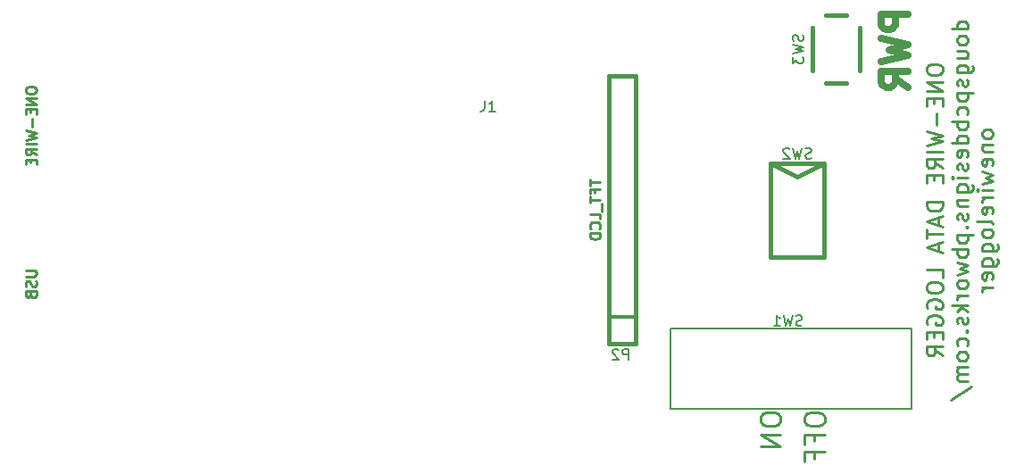
<source format=gbo>
G04 (created by PCBNEW (2013-04-19 BZR 4011)-stable) date 10/07/2013 16:17:56*
%MOIN*%
G04 Gerber Fmt 3.4, Leading zero omitted, Abs format*
%FSLAX34Y34*%
G01*
G70*
G90*
G04 APERTURE LIST*
%ADD10C,0.006*%
%ADD11C,0.00984252*%
%ADD12C,0.025*%
%ADD13C,0.01*%
%ADD14C,0.015*%
%ADD15C,0.012*%
%ADD16C,0.00590551*%
%ADD17C,0.0035*%
%ADD18C,0.008*%
G04 APERTURE END LIST*
G54D10*
G54D11*
X19549Y-25585D02*
X19867Y-25585D01*
X19905Y-25604D01*
X19924Y-25623D01*
X19942Y-25660D01*
X19942Y-25735D01*
X19924Y-25773D01*
X19905Y-25792D01*
X19867Y-25810D01*
X19549Y-25810D01*
X19924Y-25979D02*
X19942Y-26035D01*
X19942Y-26129D01*
X19924Y-26167D01*
X19905Y-26185D01*
X19867Y-26204D01*
X19830Y-26204D01*
X19792Y-26185D01*
X19774Y-26167D01*
X19755Y-26129D01*
X19736Y-26054D01*
X19717Y-26017D01*
X19699Y-25998D01*
X19661Y-25979D01*
X19624Y-25979D01*
X19586Y-25998D01*
X19567Y-26017D01*
X19549Y-26054D01*
X19549Y-26148D01*
X19567Y-26204D01*
X19736Y-26504D02*
X19755Y-26560D01*
X19774Y-26579D01*
X19811Y-26598D01*
X19867Y-26598D01*
X19905Y-26579D01*
X19924Y-26560D01*
X19942Y-26523D01*
X19942Y-26373D01*
X19549Y-26373D01*
X19549Y-26504D01*
X19567Y-26541D01*
X19586Y-26560D01*
X19624Y-26579D01*
X19661Y-26579D01*
X19699Y-26560D01*
X19717Y-26541D01*
X19736Y-26504D01*
X19736Y-26373D01*
X19549Y-18817D02*
X19549Y-18892D01*
X19567Y-18930D01*
X19605Y-18967D01*
X19680Y-18986D01*
X19811Y-18986D01*
X19886Y-18967D01*
X19924Y-18930D01*
X19942Y-18892D01*
X19942Y-18817D01*
X19924Y-18780D01*
X19886Y-18742D01*
X19811Y-18724D01*
X19680Y-18724D01*
X19605Y-18742D01*
X19567Y-18780D01*
X19549Y-18817D01*
X19942Y-19155D02*
X19549Y-19155D01*
X19942Y-19380D01*
X19549Y-19380D01*
X19736Y-19567D02*
X19736Y-19699D01*
X19942Y-19755D02*
X19942Y-19567D01*
X19549Y-19567D01*
X19549Y-19755D01*
X19792Y-19924D02*
X19792Y-20224D01*
X19549Y-20374D02*
X19942Y-20467D01*
X19661Y-20542D01*
X19942Y-20617D01*
X19549Y-20711D01*
X19942Y-20861D02*
X19549Y-20861D01*
X19942Y-21273D02*
X19755Y-21142D01*
X19942Y-21048D02*
X19549Y-21048D01*
X19549Y-21198D01*
X19567Y-21236D01*
X19586Y-21255D01*
X19624Y-21273D01*
X19680Y-21273D01*
X19717Y-21255D01*
X19736Y-21236D01*
X19755Y-21198D01*
X19755Y-21048D01*
X19736Y-21442D02*
X19736Y-21573D01*
X19942Y-21630D02*
X19942Y-21442D01*
X19549Y-21442D01*
X19549Y-21630D01*
X40612Y-22192D02*
X40612Y-22417D01*
X41005Y-22305D02*
X40612Y-22305D01*
X40799Y-22679D02*
X40799Y-22548D01*
X41005Y-22548D02*
X40612Y-22548D01*
X40612Y-22736D01*
X40612Y-22829D02*
X40612Y-23054D01*
X41005Y-22942D02*
X40612Y-22942D01*
X41043Y-23092D02*
X41043Y-23392D01*
X41005Y-23673D02*
X41005Y-23486D01*
X40612Y-23486D01*
X40968Y-24029D02*
X40987Y-24011D01*
X41005Y-23954D01*
X41005Y-23917D01*
X40987Y-23861D01*
X40949Y-23823D01*
X40912Y-23804D01*
X40837Y-23786D01*
X40780Y-23786D01*
X40705Y-23804D01*
X40668Y-23823D01*
X40630Y-23861D01*
X40612Y-23917D01*
X40612Y-23954D01*
X40630Y-24011D01*
X40649Y-24029D01*
X41005Y-24198D02*
X40612Y-24198D01*
X40612Y-24292D01*
X40630Y-24348D01*
X40668Y-24386D01*
X40705Y-24404D01*
X40780Y-24423D01*
X40837Y-24423D01*
X40912Y-24404D01*
X40949Y-24386D01*
X40987Y-24348D01*
X41005Y-24292D01*
X41005Y-24198D01*
G54D12*
X52491Y-16028D02*
X51491Y-16028D01*
X51491Y-16409D01*
X51538Y-16505D01*
X51586Y-16552D01*
X51681Y-16600D01*
X51824Y-16600D01*
X51919Y-16552D01*
X51967Y-16505D01*
X52015Y-16409D01*
X52015Y-16028D01*
X51491Y-16933D02*
X52491Y-17171D01*
X51777Y-17362D01*
X52491Y-17552D01*
X51491Y-17790D01*
X52491Y-18743D02*
X52015Y-18409D01*
X52491Y-18171D02*
X51491Y-18171D01*
X51491Y-18552D01*
X51538Y-18647D01*
X51586Y-18695D01*
X51681Y-18743D01*
X51824Y-18743D01*
X51919Y-18695D01*
X51967Y-18647D01*
X52015Y-18552D01*
X52015Y-18171D01*
G54D13*
X48628Y-31077D02*
X48628Y-31219D01*
X48664Y-31291D01*
X48735Y-31362D01*
X48878Y-31398D01*
X49128Y-31398D01*
X49271Y-31362D01*
X49342Y-31291D01*
X49378Y-31219D01*
X49378Y-31077D01*
X49342Y-31005D01*
X49271Y-30934D01*
X49128Y-30898D01*
X48878Y-30898D01*
X48735Y-30934D01*
X48664Y-31005D01*
X48628Y-31077D01*
X48985Y-31969D02*
X48985Y-31719D01*
X49378Y-31719D02*
X48628Y-31719D01*
X48628Y-32077D01*
X48985Y-32612D02*
X48985Y-32362D01*
X49378Y-32362D02*
X48628Y-32362D01*
X48628Y-32719D01*
X46974Y-31071D02*
X46974Y-31214D01*
X47010Y-31285D01*
X47081Y-31356D01*
X47224Y-31392D01*
X47474Y-31392D01*
X47617Y-31356D01*
X47689Y-31285D01*
X47724Y-31214D01*
X47724Y-31071D01*
X47689Y-30999D01*
X47617Y-30928D01*
X47474Y-30892D01*
X47224Y-30892D01*
X47081Y-30928D01*
X47010Y-30999D01*
X46974Y-31071D01*
X47724Y-31714D02*
X46974Y-31714D01*
X47724Y-32142D01*
X46974Y-32142D01*
G54D11*
X53186Y-18026D02*
X53186Y-18141D01*
X53214Y-18198D01*
X53271Y-18255D01*
X53386Y-18283D01*
X53586Y-18283D01*
X53700Y-18255D01*
X53757Y-18198D01*
X53786Y-18141D01*
X53786Y-18026D01*
X53757Y-17969D01*
X53700Y-17912D01*
X53586Y-17883D01*
X53386Y-17883D01*
X53271Y-17912D01*
X53214Y-17969D01*
X53186Y-18026D01*
X53786Y-18541D02*
X53186Y-18541D01*
X53786Y-18883D01*
X53186Y-18883D01*
X53471Y-19169D02*
X53471Y-19369D01*
X53786Y-19455D02*
X53786Y-19169D01*
X53186Y-19169D01*
X53186Y-19455D01*
X53557Y-19712D02*
X53557Y-20169D01*
X53186Y-20398D02*
X53786Y-20541D01*
X53357Y-20655D01*
X53786Y-20769D01*
X53186Y-20912D01*
X53786Y-21141D02*
X53186Y-21141D01*
X53786Y-21769D02*
X53500Y-21569D01*
X53786Y-21426D02*
X53186Y-21426D01*
X53186Y-21655D01*
X53214Y-21712D01*
X53243Y-21741D01*
X53300Y-21769D01*
X53386Y-21769D01*
X53443Y-21741D01*
X53471Y-21712D01*
X53500Y-21655D01*
X53500Y-21426D01*
X53471Y-22026D02*
X53471Y-22226D01*
X53786Y-22312D02*
X53786Y-22026D01*
X53186Y-22026D01*
X53186Y-22312D01*
X53786Y-23026D02*
X53186Y-23026D01*
X53186Y-23169D01*
X53214Y-23255D01*
X53271Y-23312D01*
X53329Y-23341D01*
X53443Y-23369D01*
X53529Y-23369D01*
X53643Y-23341D01*
X53700Y-23312D01*
X53757Y-23255D01*
X53786Y-23169D01*
X53786Y-23026D01*
X53614Y-23598D02*
X53614Y-23883D01*
X53786Y-23541D02*
X53186Y-23741D01*
X53786Y-23941D01*
X53186Y-24055D02*
X53186Y-24398D01*
X53786Y-24226D02*
X53186Y-24226D01*
X53614Y-24569D02*
X53614Y-24855D01*
X53786Y-24512D02*
X53186Y-24712D01*
X53786Y-24912D01*
X53786Y-25855D02*
X53786Y-25569D01*
X53186Y-25569D01*
X53186Y-26169D02*
X53186Y-26283D01*
X53214Y-26341D01*
X53271Y-26398D01*
X53386Y-26426D01*
X53586Y-26426D01*
X53700Y-26398D01*
X53757Y-26341D01*
X53786Y-26283D01*
X53786Y-26169D01*
X53757Y-26112D01*
X53700Y-26055D01*
X53586Y-26026D01*
X53386Y-26026D01*
X53271Y-26055D01*
X53214Y-26112D01*
X53186Y-26169D01*
X53214Y-26998D02*
X53186Y-26941D01*
X53186Y-26855D01*
X53214Y-26769D01*
X53271Y-26712D01*
X53329Y-26683D01*
X53443Y-26655D01*
X53529Y-26655D01*
X53643Y-26683D01*
X53700Y-26712D01*
X53757Y-26769D01*
X53786Y-26855D01*
X53786Y-26912D01*
X53757Y-26998D01*
X53729Y-27026D01*
X53529Y-27026D01*
X53529Y-26912D01*
X53214Y-27598D02*
X53186Y-27541D01*
X53186Y-27455D01*
X53214Y-27369D01*
X53271Y-27312D01*
X53329Y-27283D01*
X53443Y-27255D01*
X53529Y-27255D01*
X53643Y-27283D01*
X53700Y-27312D01*
X53757Y-27369D01*
X53786Y-27455D01*
X53786Y-27512D01*
X53757Y-27598D01*
X53729Y-27626D01*
X53529Y-27626D01*
X53529Y-27512D01*
X53471Y-27883D02*
X53471Y-28083D01*
X53786Y-28169D02*
X53786Y-27883D01*
X53186Y-27883D01*
X53186Y-28169D01*
X53786Y-28769D02*
X53500Y-28569D01*
X53786Y-28426D02*
X53186Y-28426D01*
X53186Y-28655D01*
X53214Y-28712D01*
X53243Y-28741D01*
X53300Y-28769D01*
X53386Y-28769D01*
X53443Y-28741D01*
X53471Y-28712D01*
X53500Y-28655D01*
X53500Y-28426D01*
X54724Y-16569D02*
X54124Y-16569D01*
X54696Y-16569D02*
X54724Y-16512D01*
X54724Y-16398D01*
X54696Y-16341D01*
X54667Y-16312D01*
X54610Y-16283D01*
X54438Y-16283D01*
X54381Y-16312D01*
X54353Y-16341D01*
X54324Y-16398D01*
X54324Y-16512D01*
X54353Y-16569D01*
X54724Y-16941D02*
X54696Y-16883D01*
X54667Y-16855D01*
X54610Y-16826D01*
X54438Y-16826D01*
X54381Y-16855D01*
X54353Y-16883D01*
X54324Y-16941D01*
X54324Y-17026D01*
X54353Y-17083D01*
X54381Y-17112D01*
X54438Y-17141D01*
X54610Y-17141D01*
X54667Y-17112D01*
X54696Y-17083D01*
X54724Y-17026D01*
X54724Y-16941D01*
X54324Y-17655D02*
X54724Y-17655D01*
X54324Y-17398D02*
X54638Y-17398D01*
X54696Y-17426D01*
X54724Y-17483D01*
X54724Y-17569D01*
X54696Y-17626D01*
X54667Y-17655D01*
X54324Y-18198D02*
X54810Y-18198D01*
X54867Y-18169D01*
X54896Y-18141D01*
X54924Y-18083D01*
X54924Y-17998D01*
X54896Y-17941D01*
X54696Y-18198D02*
X54724Y-18141D01*
X54724Y-18026D01*
X54696Y-17969D01*
X54667Y-17941D01*
X54610Y-17912D01*
X54438Y-17912D01*
X54381Y-17941D01*
X54353Y-17969D01*
X54324Y-18026D01*
X54324Y-18141D01*
X54353Y-18198D01*
X54696Y-18455D02*
X54724Y-18512D01*
X54724Y-18626D01*
X54696Y-18683D01*
X54638Y-18712D01*
X54610Y-18712D01*
X54553Y-18683D01*
X54524Y-18626D01*
X54524Y-18541D01*
X54496Y-18483D01*
X54438Y-18455D01*
X54410Y-18455D01*
X54353Y-18483D01*
X54324Y-18541D01*
X54324Y-18626D01*
X54353Y-18683D01*
X54324Y-18969D02*
X54924Y-18969D01*
X54353Y-18969D02*
X54324Y-19026D01*
X54324Y-19141D01*
X54353Y-19198D01*
X54381Y-19226D01*
X54438Y-19255D01*
X54610Y-19255D01*
X54667Y-19226D01*
X54696Y-19198D01*
X54724Y-19141D01*
X54724Y-19026D01*
X54696Y-18969D01*
X54696Y-19769D02*
X54724Y-19712D01*
X54724Y-19598D01*
X54696Y-19541D01*
X54667Y-19512D01*
X54610Y-19483D01*
X54438Y-19483D01*
X54381Y-19512D01*
X54353Y-19541D01*
X54324Y-19598D01*
X54324Y-19712D01*
X54353Y-19769D01*
X54724Y-20026D02*
X54124Y-20026D01*
X54353Y-20026D02*
X54324Y-20083D01*
X54324Y-20198D01*
X54353Y-20255D01*
X54381Y-20283D01*
X54438Y-20312D01*
X54610Y-20312D01*
X54667Y-20283D01*
X54696Y-20255D01*
X54724Y-20198D01*
X54724Y-20083D01*
X54696Y-20026D01*
X54724Y-20826D02*
X54124Y-20826D01*
X54696Y-20826D02*
X54724Y-20769D01*
X54724Y-20655D01*
X54696Y-20598D01*
X54667Y-20569D01*
X54610Y-20541D01*
X54438Y-20541D01*
X54381Y-20569D01*
X54353Y-20598D01*
X54324Y-20655D01*
X54324Y-20769D01*
X54353Y-20826D01*
X54696Y-21341D02*
X54724Y-21283D01*
X54724Y-21169D01*
X54696Y-21112D01*
X54638Y-21083D01*
X54410Y-21083D01*
X54353Y-21112D01*
X54324Y-21169D01*
X54324Y-21283D01*
X54353Y-21341D01*
X54410Y-21369D01*
X54467Y-21369D01*
X54524Y-21083D01*
X54696Y-21598D02*
X54724Y-21655D01*
X54724Y-21769D01*
X54696Y-21826D01*
X54638Y-21855D01*
X54610Y-21855D01*
X54553Y-21826D01*
X54524Y-21769D01*
X54524Y-21683D01*
X54496Y-21626D01*
X54438Y-21598D01*
X54410Y-21598D01*
X54353Y-21626D01*
X54324Y-21683D01*
X54324Y-21769D01*
X54353Y-21826D01*
X54724Y-22112D02*
X54324Y-22112D01*
X54124Y-22112D02*
X54153Y-22083D01*
X54181Y-22112D01*
X54153Y-22141D01*
X54124Y-22112D01*
X54181Y-22112D01*
X54324Y-22655D02*
X54810Y-22655D01*
X54867Y-22626D01*
X54896Y-22598D01*
X54924Y-22541D01*
X54924Y-22455D01*
X54896Y-22398D01*
X54696Y-22655D02*
X54724Y-22598D01*
X54724Y-22483D01*
X54696Y-22426D01*
X54667Y-22398D01*
X54610Y-22369D01*
X54438Y-22369D01*
X54381Y-22398D01*
X54353Y-22426D01*
X54324Y-22483D01*
X54324Y-22598D01*
X54353Y-22655D01*
X54324Y-22941D02*
X54724Y-22941D01*
X54381Y-22941D02*
X54353Y-22969D01*
X54324Y-23026D01*
X54324Y-23112D01*
X54353Y-23169D01*
X54410Y-23198D01*
X54724Y-23198D01*
X54696Y-23455D02*
X54724Y-23512D01*
X54724Y-23626D01*
X54696Y-23683D01*
X54638Y-23712D01*
X54610Y-23712D01*
X54553Y-23683D01*
X54524Y-23626D01*
X54524Y-23541D01*
X54496Y-23483D01*
X54438Y-23455D01*
X54410Y-23455D01*
X54353Y-23483D01*
X54324Y-23541D01*
X54324Y-23626D01*
X54353Y-23683D01*
X54667Y-23969D02*
X54696Y-23998D01*
X54724Y-23969D01*
X54696Y-23941D01*
X54667Y-23969D01*
X54724Y-23969D01*
X54324Y-24255D02*
X54924Y-24255D01*
X54353Y-24255D02*
X54324Y-24312D01*
X54324Y-24426D01*
X54353Y-24483D01*
X54381Y-24512D01*
X54438Y-24541D01*
X54610Y-24541D01*
X54667Y-24512D01*
X54696Y-24483D01*
X54724Y-24426D01*
X54724Y-24312D01*
X54696Y-24255D01*
X54724Y-24798D02*
X54124Y-24798D01*
X54353Y-24798D02*
X54324Y-24855D01*
X54324Y-24969D01*
X54353Y-25026D01*
X54381Y-25055D01*
X54438Y-25083D01*
X54610Y-25083D01*
X54667Y-25055D01*
X54696Y-25026D01*
X54724Y-24969D01*
X54724Y-24855D01*
X54696Y-24798D01*
X54324Y-25283D02*
X54724Y-25398D01*
X54438Y-25512D01*
X54724Y-25626D01*
X54324Y-25741D01*
X54724Y-26055D02*
X54696Y-25998D01*
X54667Y-25969D01*
X54610Y-25941D01*
X54438Y-25941D01*
X54381Y-25969D01*
X54353Y-25998D01*
X54324Y-26055D01*
X54324Y-26141D01*
X54353Y-26198D01*
X54381Y-26226D01*
X54438Y-26255D01*
X54610Y-26255D01*
X54667Y-26226D01*
X54696Y-26198D01*
X54724Y-26141D01*
X54724Y-26055D01*
X54724Y-26512D02*
X54324Y-26512D01*
X54438Y-26512D02*
X54381Y-26541D01*
X54353Y-26569D01*
X54324Y-26626D01*
X54324Y-26683D01*
X54724Y-26883D02*
X54124Y-26883D01*
X54496Y-26941D02*
X54724Y-27112D01*
X54324Y-27112D02*
X54553Y-26883D01*
X54696Y-27341D02*
X54724Y-27398D01*
X54724Y-27512D01*
X54696Y-27569D01*
X54638Y-27598D01*
X54610Y-27598D01*
X54553Y-27569D01*
X54524Y-27512D01*
X54524Y-27426D01*
X54496Y-27369D01*
X54438Y-27341D01*
X54410Y-27341D01*
X54353Y-27369D01*
X54324Y-27426D01*
X54324Y-27512D01*
X54353Y-27569D01*
X54667Y-27855D02*
X54696Y-27883D01*
X54724Y-27855D01*
X54696Y-27826D01*
X54667Y-27855D01*
X54724Y-27855D01*
X54696Y-28398D02*
X54724Y-28341D01*
X54724Y-28226D01*
X54696Y-28169D01*
X54667Y-28141D01*
X54610Y-28112D01*
X54438Y-28112D01*
X54381Y-28141D01*
X54353Y-28169D01*
X54324Y-28226D01*
X54324Y-28341D01*
X54353Y-28398D01*
X54724Y-28741D02*
X54696Y-28683D01*
X54667Y-28655D01*
X54610Y-28626D01*
X54438Y-28626D01*
X54381Y-28655D01*
X54353Y-28683D01*
X54324Y-28741D01*
X54324Y-28826D01*
X54353Y-28883D01*
X54381Y-28912D01*
X54438Y-28941D01*
X54610Y-28941D01*
X54667Y-28912D01*
X54696Y-28883D01*
X54724Y-28826D01*
X54724Y-28741D01*
X54724Y-29198D02*
X54324Y-29198D01*
X54381Y-29198D02*
X54353Y-29226D01*
X54324Y-29283D01*
X54324Y-29369D01*
X54353Y-29426D01*
X54410Y-29455D01*
X54724Y-29455D01*
X54410Y-29455D02*
X54353Y-29483D01*
X54324Y-29541D01*
X54324Y-29626D01*
X54353Y-29683D01*
X54410Y-29712D01*
X54724Y-29712D01*
X54096Y-30426D02*
X54867Y-29912D01*
X55663Y-20441D02*
X55634Y-20383D01*
X55605Y-20355D01*
X55548Y-20326D01*
X55377Y-20326D01*
X55320Y-20355D01*
X55291Y-20383D01*
X55263Y-20441D01*
X55263Y-20526D01*
X55291Y-20583D01*
X55320Y-20612D01*
X55377Y-20641D01*
X55548Y-20641D01*
X55605Y-20612D01*
X55634Y-20583D01*
X55663Y-20526D01*
X55663Y-20441D01*
X55263Y-20898D02*
X55663Y-20898D01*
X55320Y-20898D02*
X55291Y-20926D01*
X55263Y-20983D01*
X55263Y-21069D01*
X55291Y-21126D01*
X55348Y-21155D01*
X55663Y-21155D01*
X55634Y-21669D02*
X55663Y-21612D01*
X55663Y-21498D01*
X55634Y-21441D01*
X55577Y-21412D01*
X55348Y-21412D01*
X55291Y-21441D01*
X55263Y-21498D01*
X55263Y-21612D01*
X55291Y-21669D01*
X55348Y-21698D01*
X55405Y-21698D01*
X55463Y-21412D01*
X55263Y-21898D02*
X55663Y-22012D01*
X55377Y-22126D01*
X55663Y-22241D01*
X55263Y-22355D01*
X55663Y-22583D02*
X55263Y-22583D01*
X55063Y-22583D02*
X55091Y-22555D01*
X55120Y-22583D01*
X55091Y-22612D01*
X55063Y-22583D01*
X55120Y-22583D01*
X55663Y-22869D02*
X55263Y-22869D01*
X55377Y-22869D02*
X55320Y-22898D01*
X55291Y-22926D01*
X55263Y-22983D01*
X55263Y-23041D01*
X55634Y-23469D02*
X55663Y-23412D01*
X55663Y-23298D01*
X55634Y-23241D01*
X55577Y-23212D01*
X55348Y-23212D01*
X55291Y-23241D01*
X55263Y-23298D01*
X55263Y-23412D01*
X55291Y-23469D01*
X55348Y-23498D01*
X55405Y-23498D01*
X55463Y-23212D01*
X55663Y-23841D02*
X55634Y-23783D01*
X55577Y-23755D01*
X55063Y-23755D01*
X55663Y-24155D02*
X55634Y-24098D01*
X55605Y-24069D01*
X55548Y-24041D01*
X55377Y-24041D01*
X55320Y-24069D01*
X55291Y-24098D01*
X55263Y-24155D01*
X55263Y-24241D01*
X55291Y-24298D01*
X55320Y-24326D01*
X55377Y-24355D01*
X55548Y-24355D01*
X55605Y-24326D01*
X55634Y-24298D01*
X55663Y-24241D01*
X55663Y-24155D01*
X55263Y-24869D02*
X55748Y-24869D01*
X55805Y-24841D01*
X55834Y-24812D01*
X55863Y-24755D01*
X55863Y-24669D01*
X55834Y-24612D01*
X55634Y-24869D02*
X55663Y-24812D01*
X55663Y-24698D01*
X55634Y-24641D01*
X55605Y-24612D01*
X55548Y-24583D01*
X55377Y-24583D01*
X55320Y-24612D01*
X55291Y-24641D01*
X55263Y-24698D01*
X55263Y-24812D01*
X55291Y-24869D01*
X55263Y-25412D02*
X55748Y-25412D01*
X55805Y-25383D01*
X55834Y-25355D01*
X55863Y-25298D01*
X55863Y-25212D01*
X55834Y-25155D01*
X55634Y-25412D02*
X55663Y-25355D01*
X55663Y-25241D01*
X55634Y-25183D01*
X55605Y-25155D01*
X55548Y-25126D01*
X55377Y-25126D01*
X55320Y-25155D01*
X55291Y-25183D01*
X55263Y-25241D01*
X55263Y-25355D01*
X55291Y-25412D01*
X55634Y-25926D02*
X55663Y-25869D01*
X55663Y-25755D01*
X55634Y-25698D01*
X55577Y-25669D01*
X55348Y-25669D01*
X55291Y-25698D01*
X55263Y-25755D01*
X55263Y-25869D01*
X55291Y-25926D01*
X55348Y-25955D01*
X55405Y-25955D01*
X55463Y-25669D01*
X55663Y-26212D02*
X55263Y-26212D01*
X55377Y-26212D02*
X55320Y-26241D01*
X55291Y-26269D01*
X55263Y-26326D01*
X55263Y-26383D01*
G54D14*
X42330Y-28326D02*
X41330Y-28326D01*
X42330Y-28326D02*
X42330Y-18326D01*
X42330Y-18326D02*
X41330Y-18326D01*
X41330Y-18326D02*
X41330Y-28326D01*
G54D15*
X41330Y-27326D02*
X42330Y-27326D01*
G54D14*
X47364Y-21600D02*
X47364Y-25100D01*
X47364Y-25100D02*
X49364Y-25100D01*
X49364Y-25100D02*
X49364Y-21600D01*
X49364Y-21600D02*
X47364Y-21600D01*
X47364Y-21600D02*
X48364Y-22100D01*
X48364Y-22100D02*
X49364Y-21600D01*
X49364Y-21600D02*
X48364Y-21600D01*
G54D16*
X52610Y-30771D02*
X52610Y-27771D01*
X43610Y-30771D02*
X43610Y-27771D01*
X52610Y-27771D02*
X43610Y-27771D01*
X43610Y-30771D02*
X52610Y-30771D01*
G54D14*
X50197Y-18602D02*
X49409Y-18602D01*
X48917Y-18109D02*
X48917Y-16535D01*
X50197Y-16042D02*
X49508Y-16042D01*
X49508Y-16042D02*
X49409Y-16042D01*
X50689Y-18109D02*
X50689Y-16535D01*
G54D16*
X42055Y-28925D02*
X42055Y-28531D01*
X41905Y-28531D01*
X41868Y-28550D01*
X41849Y-28568D01*
X41830Y-28606D01*
X41830Y-28662D01*
X41849Y-28700D01*
X41868Y-28718D01*
X41905Y-28737D01*
X42055Y-28737D01*
X41680Y-28568D02*
X41662Y-28550D01*
X41624Y-28531D01*
X41531Y-28531D01*
X41493Y-28550D01*
X41474Y-28568D01*
X41456Y-28606D01*
X41456Y-28643D01*
X41474Y-28700D01*
X41699Y-28925D01*
X41456Y-28925D01*
X48889Y-21391D02*
X48832Y-21410D01*
X48739Y-21410D01*
X48701Y-21391D01*
X48682Y-21372D01*
X48664Y-21335D01*
X48664Y-21297D01*
X48682Y-21260D01*
X48701Y-21241D01*
X48739Y-21222D01*
X48814Y-21204D01*
X48851Y-21185D01*
X48870Y-21166D01*
X48889Y-21129D01*
X48889Y-21091D01*
X48870Y-21054D01*
X48851Y-21035D01*
X48814Y-21016D01*
X48720Y-21016D01*
X48664Y-21035D01*
X48532Y-21016D02*
X48439Y-21410D01*
X48364Y-21129D01*
X48289Y-21410D01*
X48195Y-21016D01*
X48064Y-21054D02*
X48045Y-21035D01*
X48007Y-21016D01*
X47914Y-21016D01*
X47876Y-21035D01*
X47857Y-21054D01*
X47839Y-21091D01*
X47839Y-21129D01*
X47857Y-21185D01*
X48082Y-21410D01*
X47839Y-21410D01*
X48536Y-27640D02*
X48480Y-27659D01*
X48386Y-27659D01*
X48349Y-27640D01*
X48330Y-27621D01*
X48311Y-27584D01*
X48311Y-27546D01*
X48330Y-27509D01*
X48349Y-27490D01*
X48386Y-27471D01*
X48461Y-27453D01*
X48499Y-27434D01*
X48517Y-27415D01*
X48536Y-27378D01*
X48536Y-27340D01*
X48517Y-27303D01*
X48499Y-27284D01*
X48461Y-27265D01*
X48368Y-27265D01*
X48311Y-27284D01*
X48180Y-27265D02*
X48086Y-27659D01*
X48011Y-27378D01*
X47936Y-27659D01*
X47843Y-27265D01*
X47486Y-27659D02*
X47711Y-27659D01*
X47599Y-27659D02*
X47599Y-27265D01*
X47636Y-27321D01*
X47674Y-27359D01*
X47711Y-27378D01*
X36679Y-19253D02*
X36679Y-19535D01*
X36661Y-19591D01*
X36623Y-19628D01*
X36567Y-19647D01*
X36529Y-19647D01*
X37073Y-19647D02*
X36848Y-19647D01*
X36961Y-19647D02*
X36961Y-19253D01*
X36923Y-19310D01*
X36886Y-19347D01*
X36848Y-19366D01*
G54D17*
G54D18*
X48568Y-16789D02*
X48587Y-16846D01*
X48587Y-16941D01*
X48568Y-16979D01*
X48549Y-16999D01*
X48510Y-17018D01*
X48472Y-17018D01*
X48434Y-16999D01*
X48415Y-16979D01*
X48396Y-16941D01*
X48377Y-16865D01*
X48358Y-16827D01*
X48339Y-16808D01*
X48301Y-16789D01*
X48263Y-16789D01*
X48225Y-16808D01*
X48206Y-16827D01*
X48187Y-16865D01*
X48187Y-16960D01*
X48206Y-17018D01*
X48187Y-17151D02*
X48587Y-17246D01*
X48301Y-17322D01*
X48587Y-17399D01*
X48187Y-17494D01*
X48187Y-17608D02*
X48187Y-17856D01*
X48339Y-17722D01*
X48339Y-17779D01*
X48358Y-17818D01*
X48377Y-17837D01*
X48415Y-17856D01*
X48510Y-17856D01*
X48549Y-17837D01*
X48568Y-17818D01*
X48587Y-17779D01*
X48587Y-17665D01*
X48568Y-17627D01*
X48549Y-17608D01*
M02*

</source>
